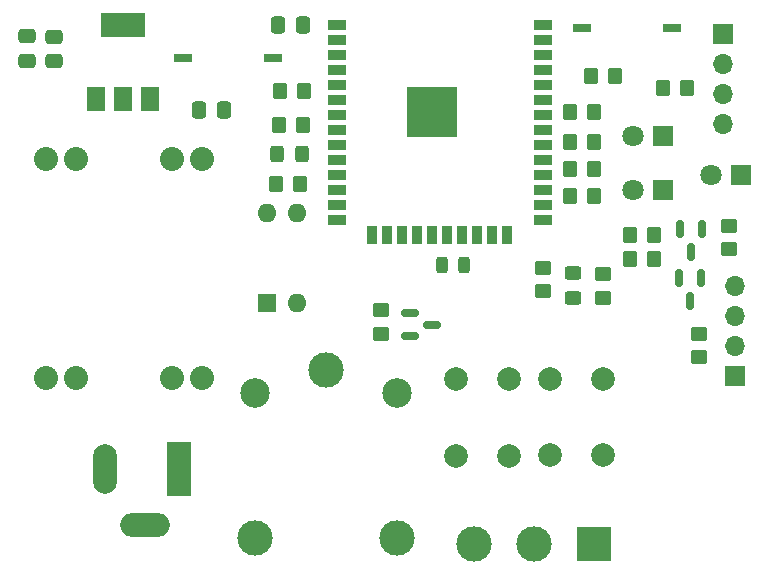
<source format=gbr>
%TF.GenerationSoftware,KiCad,Pcbnew,(7.0.0)*%
%TF.CreationDate,2023-04-20T20:46:09+02:00*%
%TF.ProjectId,pcb_morse,7063625f-6d6f-4727-9365-2e6b69636164,rev?*%
%TF.SameCoordinates,Original*%
%TF.FileFunction,Soldermask,Top*%
%TF.FilePolarity,Negative*%
%FSLAX46Y46*%
G04 Gerber Fmt 4.6, Leading zero omitted, Abs format (unit mm)*
G04 Created by KiCad (PCBNEW (7.0.0)) date 2023-04-20 20:46:09*
%MOMM*%
%LPD*%
G01*
G04 APERTURE LIST*
G04 Aperture macros list*
%AMRoundRect*
0 Rectangle with rounded corners*
0 $1 Rounding radius*
0 $2 $3 $4 $5 $6 $7 $8 $9 X,Y pos of 4 corners*
0 Add a 4 corners polygon primitive as box body*
4,1,4,$2,$3,$4,$5,$6,$7,$8,$9,$2,$3,0*
0 Add four circle primitives for the rounded corners*
1,1,$1+$1,$2,$3*
1,1,$1+$1,$4,$5*
1,1,$1+$1,$6,$7*
1,1,$1+$1,$8,$9*
0 Add four rect primitives between the rounded corners*
20,1,$1+$1,$2,$3,$4,$5,0*
20,1,$1+$1,$4,$5,$6,$7,0*
20,1,$1+$1,$6,$7,$8,$9,0*
20,1,$1+$1,$8,$9,$2,$3,0*%
G04 Aperture macros list end*
%ADD10R,1.600000X1.600000*%
%ADD11O,1.600000X1.600000*%
%ADD12R,1.500000X0.900000*%
%ADD13R,0.900000X1.500000*%
%ADD14C,0.600000*%
%ADD15R,4.200000X4.200000*%
%ADD16RoundRect,0.250000X-0.337500X-0.475000X0.337500X-0.475000X0.337500X0.475000X-0.337500X0.475000X0*%
%ADD17C,2.032000*%
%ADD18R,1.500000X2.000000*%
%ADD19R,3.800000X2.000000*%
%ADD20R,1.800000X1.800000*%
%ADD21C,1.800000*%
%ADD22RoundRect,0.250000X-0.350000X-0.450000X0.350000X-0.450000X0.350000X0.450000X-0.350000X0.450000X0*%
%ADD23R,3.000000X3.000000*%
%ADD24C,3.000000*%
%ADD25R,1.700000X1.700000*%
%ADD26O,1.700000X1.700000*%
%ADD27RoundRect,0.250000X-0.450000X0.350000X-0.450000X-0.350000X0.450000X-0.350000X0.450000X0.350000X0*%
%ADD28R,1.600000X0.760000*%
%ADD29RoundRect,0.250000X0.450000X-0.350000X0.450000X0.350000X-0.450000X0.350000X-0.450000X-0.350000X0*%
%ADD30C,2.500000*%
%ADD31C,2.000000*%
%ADD32RoundRect,0.150000X-0.150000X0.587500X-0.150000X-0.587500X0.150000X-0.587500X0.150000X0.587500X0*%
%ADD33RoundRect,0.250000X-0.325000X-0.450000X0.325000X-0.450000X0.325000X0.450000X-0.325000X0.450000X0*%
%ADD34RoundRect,0.250000X0.337500X0.475000X-0.337500X0.475000X-0.337500X-0.475000X0.337500X-0.475000X0*%
%ADD35RoundRect,0.150000X-0.587500X-0.150000X0.587500X-0.150000X0.587500X0.150000X-0.587500X0.150000X0*%
%ADD36R,2.000000X4.600000*%
%ADD37O,2.000000X4.200000*%
%ADD38O,4.200000X2.000000*%
%ADD39RoundRect,0.250000X0.450000X-0.325000X0.450000X0.325000X-0.450000X0.325000X-0.450000X-0.325000X0*%
%ADD40RoundRect,0.250000X-0.475000X0.337500X-0.475000X-0.337500X0.475000X-0.337500X0.475000X0.337500X0*%
%ADD41RoundRect,0.243750X0.243750X0.456250X-0.243750X0.456250X-0.243750X-0.456250X0.243750X-0.456250X0*%
%ADD42RoundRect,0.250000X0.350000X0.450000X-0.350000X0.450000X-0.350000X-0.450000X0.350000X-0.450000X0*%
%ADD43RoundRect,0.250000X0.475000X-0.337500X0.475000X0.337500X-0.475000X0.337500X-0.475000X-0.337500X0*%
G04 APERTURE END LIST*
D10*
%TO.C,U1*%
X50286999Y-63997999D03*
D11*
X52826999Y-63997999D03*
X52826999Y-56377999D03*
X50286999Y-56377999D03*
%TD*%
D12*
%TO.C,ESP32*%
X56184999Y-40434999D03*
X56184999Y-41704999D03*
X56184999Y-42974999D03*
X56184999Y-44244999D03*
X56184999Y-45514999D03*
X56184999Y-46784999D03*
X56184999Y-48054999D03*
X56184999Y-49324999D03*
X56184999Y-50594999D03*
X56184999Y-51864999D03*
X56184999Y-53134999D03*
X56184999Y-54404999D03*
X56184999Y-55674999D03*
X56184999Y-56944999D03*
D13*
X59224999Y-58194999D03*
X60494999Y-58194999D03*
X61764999Y-58194999D03*
X63034999Y-58194999D03*
X64304999Y-58194999D03*
X65574999Y-58194999D03*
X66844999Y-58194999D03*
X68114999Y-58194999D03*
X69384999Y-58194999D03*
X70654999Y-58194999D03*
D12*
X73684999Y-56944999D03*
X73684999Y-55674999D03*
X73684999Y-54404999D03*
X73684999Y-53134999D03*
X73684999Y-51864999D03*
X73684999Y-50594999D03*
X73684999Y-49324999D03*
X73684999Y-48054999D03*
X73684999Y-46784999D03*
X73684999Y-45514999D03*
X73684999Y-44244999D03*
X73684999Y-42974999D03*
X73684999Y-41704999D03*
X73684999Y-40434999D03*
D14*
X62730000Y-47012500D03*
X62730000Y-48537500D03*
X63492500Y-46250000D03*
X63492500Y-47775000D03*
X63492500Y-49300000D03*
X64255000Y-47012500D03*
D15*
X64254999Y-47774999D03*
D14*
X64255000Y-48537500D03*
X65017500Y-46250000D03*
X65017500Y-47775000D03*
X65017500Y-49300000D03*
X65780000Y-47012500D03*
X65780000Y-48537500D03*
%TD*%
D16*
%TO.C,C2*%
X44555500Y-47625000D03*
X46630500Y-47625000D03*
%TD*%
D17*
%TO.C,UMP1584*%
X31623000Y-70326000D03*
X34163000Y-70326000D03*
X42291000Y-70326000D03*
X44831000Y-70326000D03*
X44831000Y-51784000D03*
X42291000Y-51784000D03*
X34163000Y-51784000D03*
X31623000Y-51784000D03*
%TD*%
D18*
%TO.C,PLO1*%
X35799999Y-46710999D03*
X38099999Y-46710999D03*
D19*
X38099999Y-40410999D03*
D18*
X40399999Y-46710999D03*
%TD*%
D20*
%TO.C,LED1*%
X90428999Y-53085999D03*
D21*
X87889000Y-53086000D03*
%TD*%
D22*
%TO.C,R1*%
X81058000Y-60198000D03*
X83058000Y-60198000D03*
%TD*%
D23*
%TO.C,Kroonsteen1*%
X77977999Y-84327999D03*
D24*
X72898000Y-84328000D03*
X67818000Y-84328000D03*
%TD*%
D22*
%TO.C,R15*%
X83820000Y-45720000D03*
X85820000Y-45720000D03*
%TD*%
D25*
%TO.C,J2*%
X88899999Y-41179999D03*
D26*
X88899999Y-43719999D03*
X88899999Y-46259999D03*
X88899999Y-48799999D03*
%TD*%
D27*
%TO.C,R9*%
X59944000Y-64548000D03*
X59944000Y-66548000D03*
%TD*%
D28*
%TO.C,SW1*%
X50799999Y-43179999D03*
X43179999Y-43179999D03*
%TD*%
D29*
%TO.C,R2*%
X86868000Y-68564000D03*
X86868000Y-66564000D03*
%TD*%
D24*
%TO.C,Relais1*%
X55326000Y-69670000D03*
D30*
X49276000Y-71620000D03*
D24*
X49276000Y-83820000D03*
X61326000Y-83870000D03*
D30*
X61276000Y-71620000D03*
%TD*%
D22*
%TO.C,R5*%
X75962000Y-47752000D03*
X77962000Y-47752000D03*
%TD*%
D31*
%TO.C,START1*%
X66330000Y-76910000D03*
X66330000Y-70410000D03*
X70830000Y-76910000D03*
X70830000Y-70410000D03*
%TD*%
D22*
%TO.C,R3*%
X81058000Y-58166000D03*
X83058000Y-58166000D03*
%TD*%
%TO.C,R6*%
X75962000Y-50292000D03*
X77962000Y-50292000D03*
%TD*%
D25*
%TO.C,ULTRASONIC-SENSOR1*%
X89915999Y-70103999D03*
D26*
X89915999Y-67563999D03*
X89915999Y-65023999D03*
X89915999Y-62483999D03*
%TD*%
D29*
%TO.C,R17*%
X78740000Y-63500000D03*
X78740000Y-61500000D03*
%TD*%
D32*
%TO.C,Q2*%
X87134500Y-57736500D03*
X85234500Y-57736500D03*
X86184500Y-59611500D03*
%TD*%
D22*
%TO.C,R14*%
X51324000Y-48895000D03*
X53324000Y-48895000D03*
%TD*%
%TO.C,R8*%
X51070000Y-53848000D03*
X53070000Y-53848000D03*
%TD*%
D32*
%TO.C,Q1*%
X87056000Y-61879000D03*
X85156000Y-61879000D03*
X86106000Y-63754000D03*
%TD*%
D20*
%TO.C,LED2*%
X83819999Y-49783999D03*
D21*
X81280000Y-49784000D03*
%TD*%
D22*
%TO.C,R7*%
X75962000Y-52578000D03*
X77962000Y-52578000D03*
%TD*%
D33*
%TO.C,D3*%
X51172000Y-51308000D03*
X53222000Y-51308000D03*
%TD*%
D34*
%TO.C,C1*%
X53340000Y-40386000D03*
X51265000Y-40386000D03*
%TD*%
D29*
%TO.C,R4*%
X89408000Y-59420000D03*
X89408000Y-57420000D03*
%TD*%
D22*
%TO.C,R11*%
X51435000Y-45974000D03*
X53435000Y-45974000D03*
%TD*%
D35*
%TO.C,Q3*%
X62387000Y-64836000D03*
X62387000Y-66736000D03*
X64262000Y-65786000D03*
%TD*%
D28*
%TO.C,SW2*%
X76961999Y-40639999D03*
X84581999Y-40639999D03*
%TD*%
D31*
%TO.C,RESET1*%
X74240000Y-76858000D03*
X74240000Y-70358000D03*
X78740000Y-76858000D03*
X78740000Y-70358000D03*
%TD*%
D36*
%TO.C,Barrel_Jack1*%
X42875999Y-77977999D03*
D37*
X36575999Y-77977999D03*
D38*
X39975999Y-82777999D03*
%TD*%
D39*
%TO.C,D2*%
X76200000Y-63500000D03*
X76200000Y-61450000D03*
%TD*%
D40*
%TO.C,C4*%
X29972000Y-41380500D03*
X29972000Y-43455500D03*
%TD*%
D29*
%TO.C,R13*%
X73660000Y-62960000D03*
X73660000Y-60960000D03*
%TD*%
D41*
%TO.C,D1*%
X66977500Y-60706000D03*
X65102500Y-60706000D03*
%TD*%
D42*
%TO.C,R16*%
X77962000Y-54864000D03*
X75962000Y-54864000D03*
%TD*%
D20*
%TO.C,LED3*%
X83824999Y-54355999D03*
D21*
X81285000Y-54356000D03*
%TD*%
D22*
%TO.C,R12*%
X77740000Y-44720000D03*
X79740000Y-44720000D03*
%TD*%
D43*
%TO.C,C3*%
X32258000Y-43477000D03*
X32258000Y-41402000D03*
%TD*%
M02*

</source>
